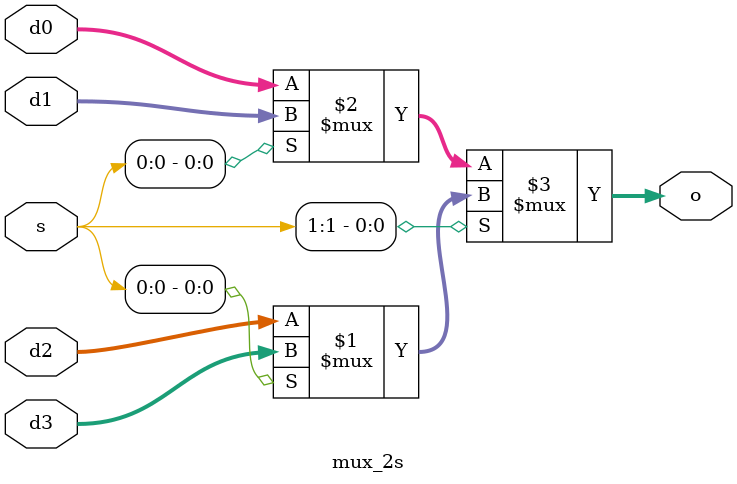
<source format=v>
module mux_2s #(
parameter w=4)
(
input [w-1:0] d0,d1,d2,d3,
input [1:0] s,
output [w-1:0] o);

assign o = s[1]? (s[0] ? d3:d2) : (s[0] ? d1:d0);

endmodule
</source>
